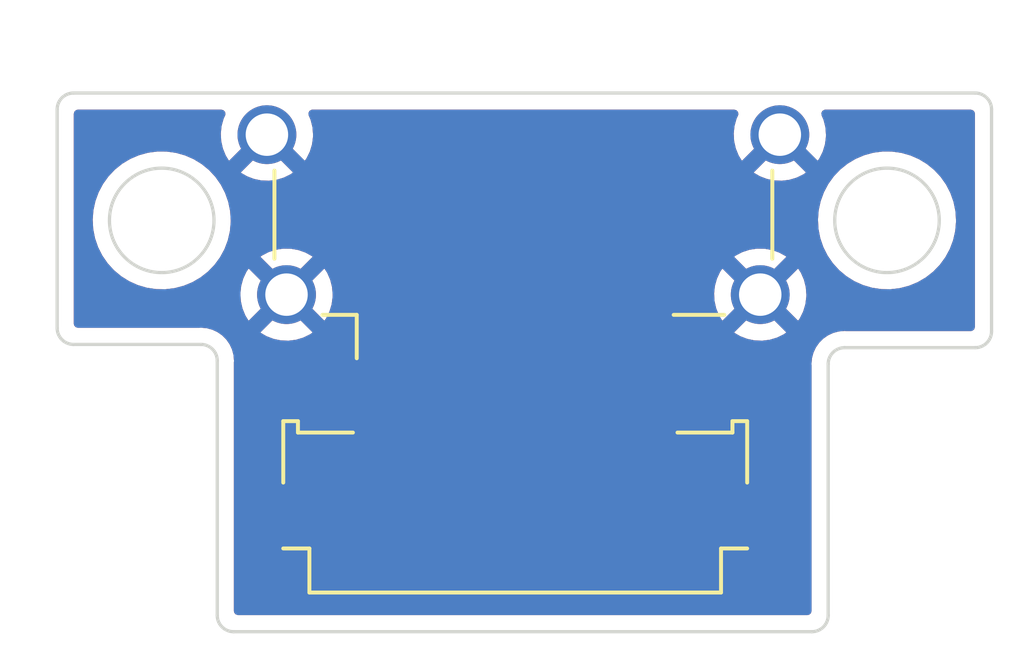
<source format=kicad_pcb>
(kicad_pcb (version 20211014) (generator pcbnew)
  (layers (0 "F.Cu" signal) (31 "B.Cu" signal) (34 "B.Paste" user) (35 "F.Paste" user) (36 "B.SilkS" user "B.Silkscreen") (37 "F.SilkS" user "F.Silkscreen") (38 "B.Mask" user) (39 "F.Mask" user) (44 "Edge.Cuts" user))
  (net 0 "")
  (net 1 "D2+")
  (net 2 "D2-")
  (net 3 "D1+")
  (net 4 "D1-")
  (net 5 "D0+")
  (net 6 "D0-")
  (net 7 "CK+")
  (net 8 "CK-")
  (net 9 "CEC")
  (net 10 "UTILITY")
  (net 11 "SCL")
  (net 12 "SDA")
  (net 13 "GND")
  (net 14 "HPD")
  (net 15 "+5V")
  (footprint "footprints:5051101992" (layer "F.Cu") (at 144.919987 83.75)
    (fp_text reference "J2" hide)
    (fp_text value "Conn_01x19" hide)
    (fp_line (start -7.099983 -2.6) (end -6.649984 -2.6) (layer "F.SilkS") (width 0.12))
    (fp_line (start 6.649984 -2.25) (end 6.649984 -2.6) (layer "F.SilkS") (width 0.12))
    (fp_line (start -6.649984 -2.6) (end -6.649984 -2.25) (layer "F.SilkS") (width 0.12))
    (fp_line (start 6.299983 1.3) (end 6.299983 2.65) (layer "F.SilkS") (width 0.12))
    (fp_line (start 4.967499 -2.25) (end 6.649984 -2.25) (layer "F.SilkS") (width 0.12))
    (fp_line (start 7.099983 -2.6) (end 7.099983 -0.7175) (layer "F.SilkS") (width 0.12))
    (fp_line (start -6.649984 -2.25) (end -4.967501 -2.25) (layer "F.SilkS") (width 0.12))
    (fp_line (start -7.099983 -0.7175) (end -7.099983 -2.6) (layer "F.SilkS") (width 0.12))
    (fp_line (start -6.299983 1.3) (end -7.099983 1.3) (layer "F.SilkS") (width 0.12))
    (fp_line (start -6.299983 2.65) (end 6.299983 2.65) (layer "F.SilkS") (width 0.12))
    (fp_line (start 7.099983 1.3) (end 6.299983 1.3) (layer "F.SilkS") (width 0.12))
    (fp_line (start 6.649984 -2.6) (end 7.099983 -2.6) (layer "F.SilkS") (width 0.12))
    (fp_line (start -6.299983 2.65) (end -6.299983 1.3) (layer "F.SilkS") (width 0.12))
    (pad "1" smd rect (at -4.500001 -2.45) (size 0.3 1) (layers "F.Cu" "F.Paste" "F.Mask") (net 1 "D2+"))
    (pad "2" smd rect (at -4.000002 -2.45) (size 0.3 1) (layers "F.Cu" "F.Paste" "F.Mask") (net 13 "GND"))
    (pad "3" smd rect (at -3.500001 -2.45) (size 0.3 1) (layers "F.Cu" "F.Paste" "F.Mask") (net 2 "D2-"))
    (pad "4" smd rect (at -3.000002 -2.45) (size 0.3 1) (layers "F.Cu" "F.Paste" "F.Mask") (net 3 "D1+"))
    (pad "5" smd rect (at -2.5 -2.45) (size 0.3 1) (layers "F.Cu" "F.Paste" "F.Mask") (net 13 "GND"))
    (pad "6" smd rect (at -2.000001 -2.45) (size 0.3 1) (layers "F.Cu" "F.Paste" "F.Mask") (net 4 "D1-"))
    (pad "7" smd rect (at -1.500002 -2.45) (size 0.3 1) (layers "F.Cu" "F.Paste" "F.Mask") (net 5 "D0+"))
    (pad "8" smd rect (at -1.000001 -2.45) (size 0.3 1) (layers "F.Cu" "F.Paste" "F.Mask") (net 13 "GND"))
    (pad "9" smd rect (at -0.500002 -2.45) (size 0.3 1) (layers "F.Cu" "F.Paste" "F.Mask") (net 6 "D0-"))
    (pad "10" smd rect (at 0 -2.45) (size 0.3 1) (layers "F.Cu" "F.Paste" "F.Mask") (net 7 "CK+"))
    (pad "11" smd rect (at 0.499999 -2.45) (size 0.3 1) (layers "F.Cu" "F.Paste" "F.Mask") (net 13 "GND"))
    (pad "12" smd rect (at 0.999998 -2.45) (size 0.3 1) (layers "F.Cu" "F.Paste" "F.Mask") (net 8 "CK-"))
    (pad "13" smd rect (at 1.5 -2.45) (size 0.3 1) (layers "F.Cu" "F.Paste" "F.Mask") (net 9 "CEC"))
    (pad "14" smd rect (at 1.999999 -2.45) (size 0.3 1) (layers "F.Cu" "F.Paste" "F.Mask") (net 10 "UTILITY"))
    (pad "15" smd rect (at 2.499998 -2.45) (size 0.3 1) (layers "F.Cu" "F.Paste" "F.Mask") (net 11 "SCL"))
    (pad "16" smd rect (at 2.999999 -2.45) (size 0.3 1) (layers "F.Cu" "F.Paste" "F.Mask") (net 12 "SDA"))
    (pad "17" smd rect (at 3.499998 -2.45) (size 0.3 1) (layers "F.Cu" "F.Paste" "F.Mask") (net 13 "GND"))
    (pad "18" smd rect (at 4 -2.45) (size 0.3 1) (layers "F.Cu" "F.Paste" "F.Mask") (net 15 "+5V"))
    (pad "19" smd rect (at 4.499999 -2.45) (size 0.3 1) (layers "F.Cu" "F.Paste" "F.Mask") (net 14 "HPD"))
    (pad "P1" smd rect (at -6.799991 0.249999) (size 2 1.3) (layers "F.Cu" "F.Paste" "F.Mask") (net 13 "GND"))
    (pad "P2" smd rect (at 6.799991 0.249999) (size 2 1.3) (layers "F.Cu" "F.Paste" "F.Mask") (net 13 "GND"))
  )
  (footprint "Connector_HDMI:HDMI_A_Amphenol_10029449-x01xLF_Horizontal" (layer "F.Cu") (at 145.17 73.275 180)
    (fp_text reference "J1" hide)
    (fp_text value "HDMI_A" hide)
    (fp_line (start -7.62 -0.2) (end -7.62 -2.9) (layer "F.SilkS") (width 0.12))
    (fp_line (start 5.1 -4.62) (end 6.15 -4.62) (layer "F.SilkS") (width 0.12))
    (fp_line (start 7.62 -2.9) (end 7.62 -0.2) (layer "F.SilkS") (width 0.12))
    (fp_line (start -6.15 -4.62) (end -4.6 -4.62) (layer "F.SilkS") (width 0.12))
    (fp_line (start 5.1 -5.95) (end 5.1 -4.62) (layer "F.SilkS") (width 0.12))
    (pad "1" smd rect (at 4.75 -5 180) (size 0.3 1.9) (layers "F.Cu" "F.Paste" "F.Mask") (net 1 "D2+"))
    (pad "2" smd rect (at 4.25 -5 180) (size 0.3 1.9) (layers "F.Cu" "F.Paste" "F.Mask") (net 13 "GND"))
    (pad "3" smd rect (at 3.75 -5 180) (size 0.3 1.9) (layers "F.Cu" "F.Paste" "F.Mask") (net 2 "D2-"))
    (pad "4" smd rect (at 3.25 -5 180) (size 0.3 1.9) (layers "F.Cu" "F.Paste" "F.Mask") (net 3 "D1+"))
    (pad "5" smd rect (at 2.75 -5 180) (size 0.3 1.9) (layers "F.Cu" "F.Paste" "F.Mask") (net 13 "GND"))
    (pad "6" smd rect (at 2.25 -5 180) (size 0.3 1.9) (layers "F.Cu" "F.Paste" "F.Mask") (net 4 "D1-"))
    (pad "7" smd rect (at 1.75 -5 180) (size 0.3 1.9) (layers "F.Cu" "F.Paste" "F.Mask") (net 5 "D0+"))
    (pad "8" smd rect (at 1.25 -5 180) (size 0.3 1.9) (layers "F.Cu" "F.Paste" "F.Mask") (net 13 "GND"))
    (pad "9" smd rect (at 0.75 -5 180) (size 0.3 1.9) (layers "F.Cu" "F.Paste" "F.Mask") (net 6 "D0-"))
    (pad "10" smd rect (at 0.25 -5 180) (size 0.3 1.9) (layers "F.Cu" "F.Paste" "F.Mask") (net 7 "CK+"))
    (pad "11" smd rect (at -0.25 -5 180) (size 0.3 1.9) (layers "F.Cu" "F.Paste" "F.Mask") (net 13 "GND"))
    (pad "12" smd rect (at -0.75 -5 180) (size 0.3 1.9) (layers "F.Cu" "F.Paste" "F.Mask") (net 8 "CK-"))
    (pad "13" smd rect (at -1.25 -5 180) (size 0.3 1.9) (layers "F.Cu" "F.Paste" "F.Mask") (net 9 "CEC"))
    (pad "14" smd rect (at -1.75 -5 180) (size 0.3 1.9) (layers "F.Cu" "F.Paste" "F.Mask") (net 10 "UTILITY"))
    (pad "15" smd rect (at -2.25 -5 180) (size 0.3 1.9) (layers "F.Cu" "F.Paste" "F.Mask") (net 11 "SCL"))
    (pad "16" smd rect (at -2.75 -5 180) (size 0.3 1.9) (layers "F.Cu" "F.Paste" "F.Mask") (net 12 "SDA"))
    (pad "17" smd rect (at -3.25 -5 180) (size 0.3 1.9) (layers "F.Cu" "F.Paste" "F.Mask") (net 13 "GND"))
    (pad "18" smd rect (at -3.75 -5 180) (size 0.3 1.9) (layers "F.Cu" "F.Paste" "F.Mask") (net 15 "+5V"))
    (pad "19" smd rect (at -4.25 -5 180) (size 0.3 1.9) (layers "F.Cu" "F.Paste" "F.Mask") (net 14 "HPD"))
    (pad "SH" thru_hole circle (at -7.25 -4 180) (size 1.8 1.8) (drill 1.3) (layers *.Cu *.Mask) (net 13 "GND"))
    (pad "SH" thru_hole circle (at 7.85 0.9 180) (size 1.8 1.8) (drill 1.3) (layers *.Cu *.Mask) (net 13 "GND"))
    (pad "SH" thru_hole circle (at 7.25 -4 180) (size 1.8 1.8) (drill 1.3) (layers *.Cu *.Mask) (net 13 "GND"))
    (pad "SH" thru_hole circle (at -7.85 0.9 180) (size 1.8 1.8) (drill 1.3) (layers *.Cu *.Mask) (net 13 "GND"))
  )
  (gr_line (start 136.3 87.6) (end 154 87.6) (layer "Edge.Cuts") (width 0.1))
  (gr_line (start 130.9 78.3) (end 130.9 71.6) (layer "Edge.Cuts") (width 0.1))
  (gr_circle (center 134.1 75) (end 135.7 75) (layer "Edge.Cuts") (width 0.1) (fill none))
  (gr_arc (start 159.5 78.4) (mid 159.353553 78.753553) (end 159 78.9) (layer "Edge.Cuts") (width 0.1))
  (gr_arc (start 131.4 78.8) (mid 131.046447 78.653553) (end 130.9 78.3) (layer "Edge.Cuts") (width 0.1))
  (gr_circle (center 156.3 75) (end 157.9 75) (layer "Edge.Cuts") (width 0.1) (fill none))
  (gr_arc (start 154.5 87.1) (mid 154.353553 87.453553) (end 154 87.6) (layer "Edge.Cuts") (width 0.1))
  (gr_arc (start 135.3 78.8) (mid 135.653553 78.946447) (end 135.8 79.3) (layer "Edge.Cuts") (width 0.1))
  (gr_line (start 154.5 79.4) (end 154.5 87.1) (layer "Edge.Cuts") (width 0.1))
  (gr_line (start 159 78.9) (end 155 78.9) (layer "Edge.Cuts") (width 0.1))
  (gr_arc (start 154.5 79.4) (mid 154.646447 79.046447) (end 155 78.9) (layer "Edge.Cuts") (width 0.1))
  (gr_arc (start 159 71.1) (mid 159.353553 71.246447) (end 159.5 71.6) (layer "Edge.Cuts") (width 0.1))
  (gr_line (start 131.4 78.8) (end 135.3 78.8) (layer "Edge.Cuts") (width 0.1))
  (gr_arc (start 136.3 87.6) (mid 135.946447 87.453553) (end 135.8 87.1) (layer "Edge.Cuts") (width 0.1))
  (gr_line (start 135.8 79.3) (end 135.8 87.1) (layer "Edge.Cuts") (width 0.1))
  (gr_line (start 131.4 71.1) (end 159 71.1) (layer "Edge.Cuts") (width 0.1))
  (gr_line (start 159.5 71.6) (end 159.5 78.4) (layer "Edge.Cuts") (width 0.1))
  (gr_arc (start 130.9 71.6) (mid 131.046447 71.246447) (end 131.4 71.1) (layer "Edge.Cuts") (width 0.1))
  (segment (start 140.72 79.6) (end 140.72 80.42) (width 0.2) (layer "F.Cu") (net 1))
  (segment (start 140.42 79.3) (end 140.72 79.6) (width 0.2) (layer "F.Cu") (net 1))
  (segment (start 140.419986 80.720014) (end 140.419986 81.3) (width 0.2) (layer "F.Cu") (net 1))
  (segment (start 140.42 78.275) (end 140.42 79.3) (width 0.2) (layer "F.Cu") (net 1))
  (segment (start 140.72 80.42) (end 140.419986 80.720014) (width 0.2) (layer "F.Cu") (net 1))
  (segment (start 141.42 79.3) (end 141.12 79.6) (width 0.2) (layer "F.Cu") (net 2))
  (segment (start 141.12 80.42) (end 141.42 80.72) (width 0.2) (layer "F.Cu") (net 2))
  (segment (start 141.12 79.6) (end 141.12 80.42) (width 0.2) (layer "F.Cu") (net 2))
  (segment (start 141.42 80.72) (end 141.42 81.299986) (width 0.2) (layer "F.Cu") (net 2))
  (segment (start 141.42 78.275) (end 141.42 79.3) (width 0.2) (layer "F.Cu") (net 2))
  (segment (start 141.42 81.299986) (end 141.419986 81.3) (width 0.2) (layer "F.Cu") (net 2))
  (segment (start 141.919986 80.720014) (end 141.919986 81.3) (width 0.2) (layer "F.Cu") (net 3))
  (segment (start 141.92 79.3) (end 142.22 79.6) (width 0.2) (layer "F.Cu") (net 3))
  (segment (start 142.22 80.42) (end 141.919986 80.720014) (width 0.2) (layer "F.Cu") (net 3))
  (segment (start 142.22 79.6) (end 142.22 80.42) (width 0.2) (layer "F.Cu") (net 3))
  (segment (start 141.92 78.275) (end 141.92 79.3) (width 0.2) (layer "F.Cu") (net 3))
  (segment (start 142.62 80.42) (end 142.92 80.72) (width 0.2) (layer "F.Cu") (net 4))
  (segment (start 142.62 79.6) (end 142.62 80.42) (width 0.2) (layer "F.Cu") (net 4))
  (segment (start 142.92 78.275) (end 142.92 79.3) (width 0.2) (layer "F.Cu") (net 4))
  (segment (start 142.92 80.72) (end 142.92 81.299986) (width 0.2) (layer "F.Cu") (net 4))
  (segment (start 142.92 79.3) (end 142.62 79.6) (width 0.2) (layer "F.Cu") (net 4))
  (segment (start 143.72 80.42) (end 143.419986 80.720014) (width 0.2) (layer "F.Cu") (net 5))
  (segment (start 143.42 79.3) (end 143.72 79.6) (width 0.2) (layer "F.Cu") (net 5))
  (segment (start 143.72 79.6) (end 143.72 80.42) (width 0.2) (layer "F.Cu") (net 5))
  (segment (start 143.42 78.275) (end 143.42 79.3) (width 0.2) (layer "F.Cu") (net 5))
  (segment (start 143.419986 80.720014) (end 143.419986 81.3) (width 0.2) (layer "F.Cu") (net 5))
  (segment (start 144.42 78.275) (end 144.42 79.3) (width 0.2) (layer "F.Cu") (net 6))
  (segment (start 144.12 79.6) (end 144.12 80.42) (width 0.2) (layer "F.Cu") (net 6))
  (segment (start 144.42 80.72) (end 144.42 81.299986) (width 0.2) (layer "F.Cu") (net 6))
  (segment (start 144.12 80.42) (end 144.42 80.72) (width 0.2) (layer "F.Cu") (net 6))
  (segment (start 144.42 79.3) (end 144.12 79.6) (width 0.2) (layer "F.Cu") (net 6))
  (segment (start 145.220014 79.599986) (end 145.220014 80.419986) (width 0.2) (layer "F.Cu") (net 7))
  (segment (start 144.920014 79.299986) (end 145.220014 79.599986) (width 0.2) (layer "F.Cu") (net 7))
  (segment (start 144.920014 78.274986) (end 144.920014 79.299986) (width 0.2) (layer "F.Cu") (net 7))
  (segment (start 145.220014 80.419986) (end 144.92 80.72) (width 0.2) (layer "F.Cu") (net 7))
  (segment (start 144.92 80.72) (end 144.92 81.299986) (width 0.2) (layer "F.Cu") (net 7))
  (segment (start 145.62 80.42) (end 145.92 80.72) (width 0.2) (layer "F.Cu") (net 8))
  (segment (start 145.92 78.275) (end 145.92 79.3) (width 0.2) (layer "F.Cu") (net 8))
  (segment (start 145.92 80.72) (end 145.92 81.299986) (width 0.2) (layer "F.Cu") (net 8))
  (segment (start 145.92 79.3) (end 145.62 79.6) (width 0.2) (layer "F.Cu") (net 8))
  (segment (start 145.62 79.6) (end 145.62 80.42) (width 0.2) (layer "F.Cu") (net 8))
  (segment (start 146.42 81.299987) (end 146.419987 81.3) (width 0.25) (layer "F.Cu") (net 9))
  (segment (start 146.42 78.275) (end 146.42 81.299987) (width 0.25) (layer "F.Cu") (net 9))
  (segment (start 146.92 78.275) (end 146.92 81.299986) (width 0.25) (layer "F.Cu") (net 10))
  (segment (start 146.92 81.299986) (end 146.919986 81.3) (width 0.25) (layer "F.Cu") (net 10))
  (segment (start 147.42 81.299985) (end 147.419985 81.3) (width 0.25) (layer "F.Cu") (net 11))
  (segment (start 147.42 78.275) (end 147.42 81.299985) (width 0.25) (layer "F.Cu") (net 11))
  (segment (start 147.92 81.299986) (end 147.919986 81.3) (width 0.25) (layer "F.Cu") (net 12))
  (segment (start 147.92 78.275) (end 147.92 81.299986) (width 0.25) (layer "F.Cu") (net 12))
  (segment (start 144 82.9) (end 143.9 82.8) (width 0.25) (layer "F.Cu") (net 13))
  (segment (start 145.42 76.22) (end 148.32 76.22) (width 0.25) (layer "F.Cu") (net 13))
  (segment (start 145.4 82.8) (end 145.419986 82.780014) (width 0.25) (layer "F.Cu") (net 13))
  (segment (start 148.419985 82.680015) (end 148.1 83) (width 0.25) (layer "F.Cu") (net 13))
  (segment (start 142.42 76.12) (end 143.82 76.12) (width 0.25) (layer "F.Cu") (net 13))
  (segment (start 140.919985 82.719985) (end 141.1 82.9) (width 0.25) (layer "F.Cu") (net 13))
  (segment (start 142.42 78.275) (end 142.42 76.12) (width 0.25) (layer "F.Cu") (net 13))
  (segment (start 143.92 76.22) (end 143.92 78.275) (width 0.25) (layer "F.Cu") (net 13))
  (segment (start 143.92 76.22) (end 145.38 76.22) (width 0.25) (layer "F.Cu") (net 13))
  (segment (start 145.42 76.22) (end 145.42 78.275) (width 0.25) (layer "F.Cu") (net 13))
  (segment (start 142.5 82.9) (end 143.8 82.9) (width 0.25) (layer "F.Cu") (net 13))
  (segment (start 143.919986 82.780014) (end 143.919986 81.3) (width 0.25) (layer "F.Cu") (net 13))
  (segment (start 140.92 76.02) (end 140.92 78.275) (width 0.25) (layer "F.Cu") (net 13))
  (segment (start 142.42 76.12) (end 142.3 76) (width 0.25) (layer "F.Cu") (net 13))
  (segment (start 142.339974 82.9) (end 142.419987 82.819987) (width 0.25) (layer "F.Cu") (net 13))
  (segment (start 148.42 81.299985) (end 148.419985 81.3) (width 0.25) (layer "F.Cu") (net 13))
  (segment (start 145.5 82.9) (end 145.4 82.8) (width 0.25) (layer "F.Cu") (net 13))
  (segment (start 145.419986 82.780014) (end 145.419986 81.3) (width 0.25) (layer "F.Cu") (net 13))
  (segment (start 143.9 82.8) (end 143.919986 82.780014) (width 0.25) (layer "F.Cu") (net 13))
  (segment (start 148.32 76.22) (end 148.42 76.32) (width 0.25) (layer "F.Cu") (net 13))
  (segment (start 148.42 78.275) (end 148.42 81.299985) (width 0.25) (layer "F.Cu") (net 13))
  (segment (start 142.3 76) (end 140.9 76) (width 0.25) (layer "F.Cu") (net 13))
  (segment (start 140.919985 81.3) (end 140.919985 82.719985) (width 0.25) (layer "F.Cu") (net 13))
  (segment (start 143.8 82.9) (end 143.9 82.8) (width 0.25) (layer "F.Cu") (net 13))
  (segment (start 140.9 76) (end 140.92 76.02) (width 0.25) (layer "F.Cu") (net 13))
  (segment (start 148.419985 81.3) (end 148.419985 82.680015) (width 0.25) (layer "F.Cu") (net 13))
  (segment (start 148.1 83) (end 145.6 83) (width 0.25) (layer "F.Cu") (net 13))
  (segment (start 142.419987 82.819987) (end 142.5 82.9) (width 0.25) (layer "F.Cu") (net 13))
  (segment (start 148.42 76.32) (end 148.42 78.275) (width 0.25) (layer "F.Cu") (net 13))
  (segment (start 145.6 83) (end 145.5 82.9) (width 0.25) (layer "F.Cu") (net 13))
  (segment (start 145.4 76.2) (end 145.42 76.22) (width 0.25) (layer "F.Cu") (net 13))
  (segment (start 143.82 76.12) (end 143.92 76.22) (width 0.25) (layer "F.Cu") (net 13))
  (segment (start 142.419987 81.3) (end 142.419987 82.819987) (width 0.25) (layer "F.Cu") (net 13))
  (segment (start 141.1 82.9) (end 142.339974 82.9) (width 0.25) (layer "F.Cu") (net 13))
  (segment (start 145.5 82.9) (end 144 82.9) (width 0.25) (layer "F.Cu") (net 13))
  (segment (start 145.38 76.22) (end 145.4 76.2) (width 0.25) (layer "F.Cu") (net 13))
  (segment (start 149.42 81.299986) (end 149.419986 81.3) (width 0.25) (layer "F.Cu") (net 14))
  (segment (start 149.42 78.275) (end 149.42 81.299986) (width 0.25) (layer "F.Cu") (net 14))
  (segment (start 148.92 81.299987) (end 148.919987 81.3) (width 0.25) (layer "F.Cu") (net 15))
  (segment (start 148.92 78.275) (end 148.92 81.299987) (width 0.25) (layer "F.Cu") (net 15))
  (zone (net 13) (net_name "GND") (layers F&B.Cu) (connect_pads thru_hole_only (clearance 0.508)) (min_thickness 0.254) (fill yes (thermal_gap 0.508) (thermal_bridge_width 0.508))
    (polygon (pts (xy 160.5 88.65) (xy 129.45 88.8) (xy 129.25 70.15) (xy 129.3 70.25) (xy 129.15 69.75) (xy 160.15 69.75)))
  )
)
</source>
